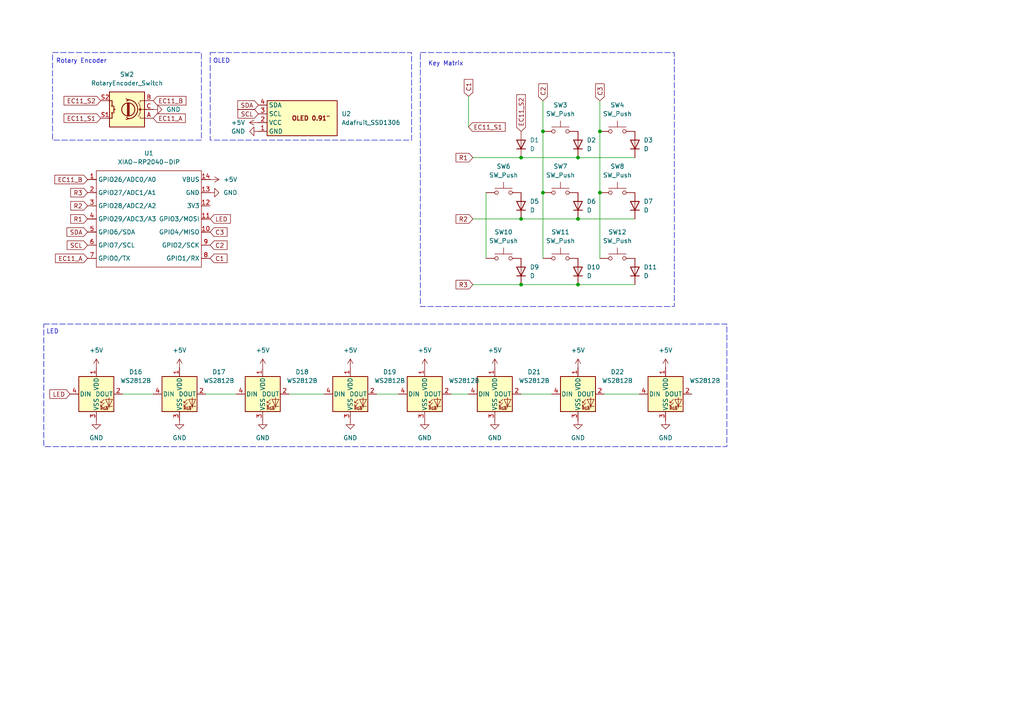
<source format=kicad_sch>
(kicad_sch (version 20250114) (generator "eeschema") (generator_version "9.0")
  (paper "A4")
  (lib_symbols
    (symbol "Device:D" (pin_numbers (hide yes)) (pin_names (offset 1.016) (hide yes))
      (property "Reference" "D" (at 0 2.54 0))
      (property "Value" "D" (at 0 -2.54 0))
      (symbol "D_0_1"
        (polyline (pts (xy -1.27 1.27) (xy -1.27 -1.27)) (stroke (width 0.254)))
        (polyline (pts (xy 1.27 1.27) (xy 1.27 -1.27) (xy -1.27 0) (xy 1.27 1.27)) (stroke (width 0.254)))
        (polyline (pts (xy 1.27 0) (xy -1.27 0)))
      )
      (symbol "D_1_1"
        (pin passive line (at -3.81 0 0) (length 2.54) (name "K") (number "1"))
        (pin passive line (at 3.81 0 180) (length 2.54) (name "A") (number "2"))
      )
    )
    (symbol "Device:RotaryEncoder_Switch" (pin_names (offset 0.254) (hide yes))
      (property "Reference" "SW" (at 0 6.604 0))
      (property "Value" "RotaryEncoder_Switch" (at 0 -6.604 0))
      (symbol "RotaryEncoder_Switch_0_1"
        (rectangle (start -5.08 5.08) (end 5.08 -5.08) (stroke (width 0.254)) (fill (type background)))
        (polyline (pts (xy -5.08 2.54) (xy -3.81 2.54) (xy -3.81 2.032)))
        (polyline (pts (xy -5.08 0) (xy -3.81 0) (xy -3.81 -1.016) (xy -3.302 -2.032)))
        (polyline (pts (xy -5.08 -2.54) (xy -3.81 -2.54) (xy -3.81 -2.032)))
        (polyline (pts (xy -4.318 0) (xy -3.81 0) (xy -3.81 1.016) (xy -3.302 2.032)))
        (circle (center -3.81 0) (radius 0.254) (fill (type outline)))
        (polyline (pts (xy -0.635 -1.778) (xy -0.635 1.778)) (stroke (width 0.254)))
        (circle (center -0.381 0) (radius 1.905) (stroke (width 0.254)))
        (polyline (pts (xy -0.381 -1.778) (xy -0.381 1.778)) (stroke (width 0.254)))
        (arc (start -0.381 -2.794) (mid -3.0988 -0.0635) (end -0.381 2.667) (stroke (width 0.254)))
        (polyline (pts (xy -0.127 1.778) (xy -0.127 -1.778)) (stroke (width 0.254)))
        (polyline (pts (xy 0.254 2.921) (xy -0.508 2.667) (xy 0.127 2.286)) (stroke (width 0.254)))
        (polyline (pts (xy 0.254 -3.048) (xy -0.508 -2.794) (xy 0.127 -2.413)) (stroke (width 0.254)))
        (polyline (pts (xy 3.81 1.016) (xy 3.81 -1.016)) (stroke (width 0.254)))
        (polyline (pts (xy 3.81 0) (xy 3.429 0)) (stroke (width 0.254)))
        (circle (center 4.318 1.016) (radius 0.127) (stroke (width 0.254)))
        (circle (center 4.318 -1.016) (radius 0.127) (stroke (width 0.254)))
        (polyline (pts (xy 5.08 2.54) (xy 4.318 2.54) (xy 4.318 1.016)) (stroke (width 0.254)))
        (polyline (pts (xy 5.08 -2.54) (xy 4.318 -2.54) (xy 4.318 -1.016)) (stroke (width 0.254)))
      )
      (symbol "RotaryEncoder_Switch_1_1"
        (pin passive line (at -7.62 2.54 0) (length 2.54) (name "A") (number "A"))
        (pin passive line (at -7.62 0 0) (length 2.54) (name "C") (number "C"))
        (pin passive line (at -7.62 -2.54 0) (length 2.54) (name "B") (number "B"))
        (pin passive line (at 7.62 2.54 180) (length 2.54) (name "S1") (number "S1"))
        (pin passive line (at 7.62 -2.54 180) (length 2.54) (name "S2") (number "S2"))
      )
    )
    (symbol "LED:WS2812B" (pin_names (offset 0.254))
      (property "Reference" "D" (at 5.08 5.715 0))
      (property "Value" "WS2812B" (at 1.27 -5.715 0))
      (symbol "WS2812B_0_0"
        (text "RGB" (at 2.286 -4.191 0) (effects (font (size 0.762 0.762))))
      )
      (symbol "WS2812B_0_1"
        (polyline (pts (xy 1.27 -2.54) (xy 1.778 -2.54)))
        (polyline (pts (xy 1.27 -3.556) (xy 1.778 -3.556)))
        (polyline (pts (xy 2.286 -1.524) (xy 1.27 -2.54) (xy 1.27 -2.032)))
        (polyline (pts (xy 2.286 -2.54) (xy 1.27 -3.556) (xy 1.27 -3.048)))
        (polyline (pts (xy 3.683 -1.016) (xy 3.683 -3.556) (xy 3.683 -4.064)))
        (polyline (pts (xy 4.699 -1.524) (xy 2.667 -1.524) (xy 3.683 -3.556) (xy 4.699 -1.524)))
        (polyline (pts (xy 4.699 -3.556) (xy 2.667 -3.556)))
        (rectangle (start 5.08 5.08) (end -5.08 -5.08) (stroke (width 0.254)) (fill (type background)))
      )
      (symbol "WS2812B_1_1"
        (pin input line (at -7.62 0 0) (length 2.54) (name "DIN") (number "4"))
        (pin power_in line (at 0 7.62 270) (length 2.54) (name "VDD") (number "1"))
        (pin power_in line (at 0 -7.62 90) (length 2.54) (name "VSS") (number "3"))
        (pin output line (at 7.62 0 180) (length 2.54) (name "DOUT") (number "2"))
      )
    )
    (symbol "PhilsLibraries:Module_OLED_0_91"
      (property "Reference" "U" (at -7.62 8.89 0))
      (property "Value" "Adafruit_SSD1306" (at 0 6.35 0))
      (symbol "Module_OLED_0_91_1_1"
        (rectangle (start -10.16 5.08) (end 10.16 -5.08) (stroke (width 0.254)) (fill (type background)))
        (text "OLED 0.91\"" (at 2.54 0 0) (effects (font (size 1.27 1.27) (bold yes))))
        (pin passive line (at -12.7 3.81 0) (length 2.54) (name "SDA") (number "4"))
        (pin passive line (at -12.7 1.27 0) (length 2.54) (name "SCL") (number "3"))
        (pin passive line (at -12.7 -1.27 0) (length 2.54) (name "VCC") (number "2"))
        (pin passive line (at -12.7 -3.81 0) (length 2.54) (name "GND") (number "1"))
      )
    )
    (symbol "Seeed_Studio_XIAO_Series:XIAO-RP2040-DIP"
      (property "Reference" "U" (at 0 0 0))
      (property "Value" "XIAO-RP2040-DIP" (at 5.334 -1.778 0))
      (symbol "XIAO-RP2040-DIP_1_0"
        (polyline (pts (xy -1.27 -2.54) (xy 29.21 -2.54)) (stroke (width 0.1524)))
        (polyline (pts (xy -1.27 -5.08) (xy -2.54 -5.08)) (stroke (width 0.1524)))
        (polyline (pts (xy -1.27 -5.08) (xy -1.27 -2.54)) (stroke (width 0.1524)))
        (polyline (pts (xy -1.27 -8.89) (xy -2.54 -8.89)) (stroke (width 0.1524)))
        (polyline (pts (xy -1.27 -8.89) (xy -1.27 -5.08)) (stroke (width 0.1524)))
        (polyline (pts (xy -1.27 -12.7) (xy -2.54 -12.7)) (stroke (width 0.1524)))
        (polyline (pts (xy -1.27 -12.7) (xy -1.27 -8.89)) (stroke (width 0.1524)))
        (polyline (pts (xy -1.27 -16.51) (xy -2.54 -16.51)) (stroke (width 0.1524)))
        (polyline (pts (xy -1.27 -16.51) (xy -1.27 -12.7)) (stroke (width 0.1524)))
        (polyline (pts (xy -1.27 -20.32) (xy -2.54 -20.32)) (stroke (width 0.1524)))
        (polyline (pts (xy -1.27 -24.13) (xy -2.54 -24.13)) (stroke (width 0.1524)))
        (polyline (pts (xy -1.27 -27.94) (xy -2.54 -27.94)) (stroke (width 0.1524)))
        (polyline (pts (xy -1.27 -30.48) (xy -1.27 -16.51)) (stroke (width 0.1524)))
        (polyline (pts (xy 29.21 -2.54) (xy 29.21 -5.08)) (stroke (width 0.1524)))
        (polyline (pts (xy 29.21 -5.08) (xy 29.21 -8.89)) (stroke (width 0.1524)))
        (polyline (pts (xy 29.21 -8.89) (xy 29.21 -12.7)) (stroke (width 0.1524)))
        (polyline (pts (xy 29.21 -12.7) (xy 29.21 -30.48)) (stroke (width 0.1524)))
        (polyline (pts (xy 29.21 -30.48) (xy -1.27 -30.48)) (stroke (width 0.1524)))
        (polyline (pts (xy 30.48 -5.08) (xy 29.21 -5.08)) (stroke (width 0.1524)))
        (polyline (pts (xy 30.48 -8.89) (xy 29.21 -8.89)) (stroke (width 0.1524)))
        (polyline (pts (xy 30.48 -12.7) (xy 29.21 -12.7)) (stroke (width 0.1524)))
        (polyline (pts (xy 30.48 -16.51) (xy 29.21 -16.51)) (stroke (width 0.1524)))
        (polyline (pts (xy 30.48 -20.32) (xy 29.21 -20.32)) (stroke (width 0.1524)))
        (polyline (pts (xy 30.48 -24.13) (xy 29.21 -24.13)) (stroke (width 0.1524)))
        (polyline (pts (xy 30.48 -27.94) (xy 29.21 -27.94)) (stroke (width 0.1524)))
        (pin passive line (at -3.81 -5.08 0) (length 2.54) (name "GPIO26/ADC0/A0") (number "1"))
        (pin passive line (at -3.81 -8.89 0) (length 2.54) (name "GPIO27/ADC1/A1") (number "2"))
        (pin passive line (at -3.81 -12.7 0) (length 2.54) (name "GPIO28/ADC2/A2") (number "3"))
        (pin passive line (at -3.81 -16.51 0) (length 2.54) (name "GPIO29/ADC3/A3") (number "4"))
        (pin passive line (at -3.81 -20.32 0) (length 2.54) (name "GPIO6/SDA") (number "5"))
        (pin passive line (at -3.81 -24.13 0) (length 2.54) (name "GPIO7/SCL") (number "6"))
        (pin passive line (at -3.81 -27.94 0) (length 2.54) (name "GPIO0/TX") (number "7"))
        (pin passive line (at 31.75 -5.08 180) (length 2.54) (name "VBUS") (number "14"))
        (pin passive line (at 31.75 -8.89 180) (length 2.54) (name "GND") (number "13"))
        (pin passive line (at 31.75 -12.7 180) (length 2.54) (name "3V3") (number "12"))
        (pin passive line (at 31.75 -16.51 180) (length 2.54) (name "GPIO3/MOSI") (number "11"))
        (pin passive line (at 31.75 -20.32 180) (length 2.54) (name "GPIO4/MISO") (number "10"))
        (pin passive line (at 31.75 -24.13 180) (length 2.54) (name "GPIO2/SCK") (number "9"))
        (pin passive line (at 31.75 -27.94 180) (length 2.54) (name "GPIO1/RX") (number "8"))
      )
    )
    (symbol "Switch:SW_Push" (pin_numbers (hide yes)) (pin_names (offset 1.016) (hide yes))
      (property "Reference" "SW" (at 1.27 2.54 0))
      (property "Value" "SW_Push" (at 0 -1.524 0))
      (symbol "SW_Push_0_1"
        (circle (center -2.032 0) (radius 0.508))
        (polyline (pts (xy 0 1.27) (xy 0 3.048)))
        (circle (center 2.032 0) (radius 0.508))
        (polyline (pts (xy 2.54 1.27) (xy -2.54 1.27)))
        (pin passive line (at -5.08 0 0) (length 2.54) (name "1") (number "1"))
        (pin passive line (at 5.08 0 180) (length 2.54) (name "2") (number "2"))
      )
    )
    (symbol "power:+5V" (power) (pin_numbers (hide yes)) (pin_names (offset 0) (hide yes))
      (property "Value" "+5V" (at 0 3.556 0))
      (symbol "+5V_0_1"
        (polyline (pts (xy -0.762 1.27) (xy 0 2.54)))
        (polyline (pts (xy 0 2.54) (xy 0.762 1.27)))
        (polyline (pts (xy 0 0) (xy 0 2.54)))
      )
      (symbol "+5V_1_1"
        (pin power_in line (at 0 0 90) (length 0) (name "~") (number "1"))
      )
    )
    (symbol "power:GND" (power) (pin_numbers (hide yes)) (pin_names (offset 0) (hide yes))
      (property "Value" "GND" (at 0 -3.81 0))
      (symbol "GND_0_1"
        (polyline (pts (xy 0 0) (xy 0 -1.27) (xy 1.27 -1.27) (xy 0 -2.54) (xy -1.27 -1.27) (xy 0 -1.27)))
      )
      (symbol "GND_1_1"
        (pin power_in line (at 0 0 270) (length 0) (name "~") (number "1"))
      )
    )
  )
  (rectangle (start 15.24 15.24) (end 58.42 40.64) (stroke (width 0) (type dash)))
  (rectangle (start 60.96 15.24) (end 119.38 40.64) (stroke (width 0) (type dash)))
  (rectangle (start 121.92 15.24) (end 195.58 88.9) (stroke (width 0) (type dash)))
  (rectangle (start 12.7 93.98) (end 210.82 129.54) (stroke (width 0) (type dash)))
  (text "LED" (at 15.24 96.266 0) (effects (font (size 1.27 1.27))))
  (text "Rotary Encoder" (at 23.622 17.78 0) (effects (font (size 1.27 1.27))))
  (text "OLED" (at 64.262 17.78 0) (effects (font (size 1.27 1.27))))
  (text "Key Matrix" (at 129.286 18.542 0) (effects (font (size 1.27 1.27))))
  (junction (at 151.13 45.72))
  (junction (at 167.64 63.5))
  (junction (at 157.48 55.88))
  (junction (at 167.64 82.55))
  (junction (at 151.13 63.5))
  (junction (at 173.99 55.88))
  (junction (at 173.99 38.1))
  (junction (at 157.48 38.1))
  (junction (at 167.64 45.72))
  (junction (at 151.13 82.55))
  (wire (pts (xy 59.69 114.3) (xy 68.58 114.3)))
  (wire (pts (xy 109.22 114.3) (xy 115.57 114.3)))
  (wire (pts (xy 173.99 29.21) (xy 173.99 38.1)))
  (wire (pts (xy 137.16 63.5) (xy 151.13 63.5)))
  (wire (pts (xy 175.26 114.3) (xy 185.42 114.3)))
  (wire (pts (xy 167.64 82.55) (xy 184.15 82.55)))
  (wire (pts (xy 35.56 114.3) (xy 44.45 114.3)))
  (wire (pts (xy 173.99 55.88) (xy 173.99 74.93)))
  (wire (pts (xy 173.99 38.1) (xy 173.99 55.88)))
  (wire (pts (xy 157.48 38.1) (xy 157.48 55.88)))
  (wire (pts (xy 140.97 55.88) (xy 140.97 74.93)))
  (wire (pts (xy 135.89 27.94) (xy 135.89 36.83)))
  (wire (pts (xy 137.16 82.55) (xy 151.13 82.55)))
  (wire (pts (xy 157.48 55.88) (xy 157.48 74.93)))
  (wire (pts (xy 130.81 114.3) (xy 135.89 114.3)))
  (wire (pts (xy 151.13 82.55) (xy 167.64 82.55)))
  (wire (pts (xy 151.13 114.3) (xy 160.02 114.3)))
  (wire (pts (xy 151.13 45.72) (xy 167.64 45.72)))
  (wire (pts (xy 137.16 45.72) (xy 151.13 45.72)))
  (wire (pts (xy 167.64 45.72) (xy 184.15 45.72)))
  (wire (pts (xy 83.82 114.3) (xy 93.98 114.3)))
  (wire (pts (xy 157.48 29.21) (xy 157.48 38.1)))
  (wire (pts (xy 167.64 63.5) (xy 184.15 63.5)))
  (wire (pts (xy 151.13 63.5) (xy 167.64 63.5)))
  (global_label "R1" (shape input) (at 137.16 45.72 180) (property "Intersheetrefs" "${INTERSHEET_REFS}" (effects (hide yes))))
  (global_label "EC11_S2" (shape input) (at 151.13 38.1 90) (property "Intersheetrefs" "${INTERSHEET_REFS}" (effects (hide yes))))
  (global_label "EC11_B" (shape input) (at 25.4 52.07 180) (property "Intersheetrefs" "${INTERSHEET_REFS}" (effects (hide yes))))
  (global_label "EC11_S2" (shape input) (at 29.21 29.21 180) (property "Intersheetrefs" "${INTERSHEET_REFS}" (effects (hide yes))))
  (global_label "R2" (shape input) (at 137.16 63.5 180) (property "Intersheetrefs" "${INTERSHEET_REFS}" (effects (hide yes))))
  (global_label "C1" (shape input) (at 60.96 74.93 0) (property "Intersheetrefs" "${INTERSHEET_REFS}" (effects (hide yes))))
  (global_label "C2" (shape input) (at 60.96 71.12 0) (property "Intersheetrefs" "${INTERSHEET_REFS}" (effects (hide yes))))
  (global_label "EC11_S1" (shape input) (at 29.21 34.29 180) (property "Intersheetrefs" "${INTERSHEET_REFS}" (effects (hide yes))))
  (global_label "EC11_A" (shape input) (at 44.45 34.29 0) (property "Intersheetrefs" "${INTERSHEET_REFS}" (effects (hide yes))))
  (global_label "C3" (shape input) (at 60.96 67.31 0) (property "Intersheetrefs" "${INTERSHEET_REFS}" (effects (hide yes))))
  (global_label "LED" (shape input) (at 20.32 114.3 180) (property "Intersheetrefs" "${INTERSHEET_REFS}" (effects (hide yes))))
  (global_label "EC11_A" (shape input) (at 25.4 74.93 180) (property "Intersheetrefs" "${INTERSHEET_REFS}" (effects (hide yes))))
  (global_label "LED" (shape input) (at 60.96 63.5 0) (property "Intersheetrefs" "${INTERSHEET_REFS}" (effects (hide yes))))
  (global_label "C3" (shape input) (at 173.99 29.21 90) (property "Intersheetrefs" "${INTERSHEET_REFS}" (effects (hide yes))))
  (global_label "C2" (shape input) (at 157.48 29.21 90) (property "Intersheetrefs" "${INTERSHEET_REFS}" (effects (hide yes))))
  (global_label "EC11_B" (shape input) (at 44.45 29.21 0) (property "Intersheetrefs" "${INTERSHEET_REFS}" (effects (hide yes))))
  (global_label "EC11_S1" (shape input) (at 135.89 36.83 0) (property "Intersheetrefs" "${INTERSHEET_REFS}" (effects (hide yes))))
  (global_label "R3" (shape input) (at 25.4 55.88 180) (property "Intersheetrefs" "${INTERSHEET_REFS}" (effects (hide yes))))
  (global_label "SCL" (shape input) (at 74.93 33.02 180) (property "Intersheetrefs" "${INTERSHEET_REFS}" (effects (hide yes))))
  (global_label "SDA" (shape input) (at 25.4 67.31 180) (property "Intersheetrefs" "${INTERSHEET_REFS}" (effects (hide yes))))
  (global_label "C1" (shape input) (at 135.89 27.94 90) (property "Intersheetrefs" "${INTERSHEET_REFS}" (effects (hide yes))))
  (global_label "SDA" (shape input) (at 74.93 30.48 180) (property "Intersheetrefs" "${INTERSHEET_REFS}" (effects (hide yes))))
  (global_label "R3" (shape input) (at 137.16 82.55 180) (property "Intersheetrefs" "${INTERSHEET_REFS}" (effects (hide yes))))
  (global_label "R1" (shape input) (at 25.4 63.5 180) (property "Intersheetrefs" "${INTERSHEET_REFS}" (effects (hide yes))))
  (global_label "SCL" (shape input) (at 25.4 71.12 180) (property "Intersheetrefs" "${INTERSHEET_REFS}" (effects (hide yes))))
  (global_label "R2" (shape input) (at 25.4 59.69 180) (property "Intersheetrefs" "${INTERSHEET_REFS}" (effects (hide yes))))
  (symbol (lib_id "power:GND") (at 76.2 121.92 0) (unit 1)
    (property "Reference" "#PWR023" (effects (hide yes)))
    (property "Value" "GND" (at 76.2 127 0))
    (property "Description" "Power symbol creates a global label with name \"GND\" , ground" (effects (hide yes)))
  )
  (symbol (lib_id "LED:WS2812B") (at 76.2 114.3 0) (unit 1)
    (property "Reference" "D18" (at 87.63 107.8798 0))
    (property "Value" "WS2812B" (at 87.63 110.4198 0))
    (property "Footprint" "Custom_Imports:MX_SK6812MINI-E_REV" (effects (hide yes)))
    (property "Datasheet" "https://cdn-shop.adafruit.com/datasheets/WS2812B.pdf" (effects (hide yes)))
    (property "Description" "RGB LED with integrated controller" (effects (hide yes)))
  )
  (symbol (lib_id "Switch:SW_Push") (at 162.56 74.93 0) (unit 1)
    (property "Reference" "SW11" (at 162.56 67.31 0))
    (property "Value" "SW_Push" (at 162.56 69.85 0))
    (property "Footprint" "Button_Switch_Keyboard:SW_Cherry_MX_1.00u_PCB" (effects (hide yes)))
    (property "Description" "Push button switch, generic, two pins" (effects (hide yes)))
  )
  (symbol (lib_id "Switch:SW_Push") (at 162.56 38.1 0) (unit 1)
    (property "Reference" "SW3" (at 162.56 30.48 0))
    (property "Value" "SW_Push" (at 162.56 33.02 0))
    (property "Footprint" "Button_Switch_Keyboard:SW_Cherry_MX_1.00u_PCB" (effects (hide yes)))
    (property "Description" "Push button switch, generic, two pins" (effects (hide yes)))
  )
  (symbol (lib_id "Switch:SW_Push") (at 146.05 74.93 0) (unit 1)
    (property "Reference" "SW10" (at 146.05 67.31 0))
    (property "Value" "SW_Push" (at 146.05 69.85 0))
    (property "Footprint" "Button_Switch_Keyboard:SW_Cherry_MX_1.00u_PCB" (effects (hide yes)))
    (property "Description" "Push button switch, generic, two pins" (effects (hide yes)))
  )
  (symbol (lib_id "power:+5V") (at 52.07 106.68 0) (unit 1)
    (property "Reference" "#PWR020" (effects (hide yes)))
    (property "Value" "+5V" (at 52.07 101.6 0))
    (property "Description" "Power symbol creates a global label with name \"+5V\"" (effects (hide yes)))
  )
  (symbol (lib_id "Device:D") (at 167.64 78.74 90) (unit 1)
    (property "Reference" "D10" (at 170.18 77.4699 90) (effects (justify right)))
    (property "Value" "D" (at 170.18 80.0099 90) (effects (justify right)))
    (property "Footprint" "Diode_THT:D_DO-35_SOD27_P7.62mm_Horizontal" (effects (hide yes)))
    (property "Description" "Diode" (effects (hide yes)))
    (property "Sim.Device" "D" (effects (hide yes)))
    (property "Sim.Pins" "1=K 2=A" (effects (hide yes)))
  )
  (symbol (lib_id "power:GND") (at 167.64 121.92 0) (unit 1)
    (property "Reference" "#PWR031" (effects (hide yes)))
    (property "Value" "GND" (at 167.64 127 0))
    (property "Description" "Power symbol creates a global label with name \"GND\" , ground" (effects (hide yes)))
  )
  (symbol (lib_id "Device:D") (at 167.64 59.69 90) (unit 1)
    (property "Reference" "D6" (at 170.18 58.4199 90) (effects (justify right)))
    (property "Value" "D" (at 170.18 60.9599 90) (effects (justify right)))
    (property "Footprint" "Diode_THT:D_DO-35_SOD27_P7.62mm_Horizontal" (effects (hide yes)))
    (property "Description" "Diode" (effects (hide yes)))
    (property "Sim.Device" "D" (effects (hide yes)))
    (property "Sim.Pins" "1=K 2=A" (effects (hide yes)))
  )
  (symbol (lib_id "power:+5V") (at 193.04 106.68 0) (unit 1)
    (property "Reference" "#PWR032" (effects (hide yes)))
    (property "Value" "+5V" (at 193.04 101.6 0))
    (property "Description" "Power symbol creates a global label with name \"+5V\"" (effects (hide yes)))
  )
  (symbol (lib_id "power:GND") (at 123.19 121.92 0) (unit 1)
    (property "Reference" "#PWR027" (effects (hide yes)))
    (property "Value" "GND" (at 123.19 127 0))
    (property "Description" "Power symbol creates a global label with name \"GND\" , ground" (effects (hide yes)))
  )
  (symbol (lib_id "LED:WS2812B") (at 101.6 114.3 0) (unit 1)
    (property "Reference" "D19" (at 113.03 107.8798 0))
    (property "Value" "WS2812B" (at 113.03 110.4198 0))
    (property "Footprint" "Custom_Imports:MX_SK6812MINI-E_REV" (effects (hide yes)))
    (property "Datasheet" "https://cdn-shop.adafruit.com/datasheets/WS2812B.pdf" (effects (hide yes)))
    (property "Description" "RGB LED with integrated controller" (effects (hide yes)))
  )
  (symbol (lib_id "LED:WS2812B") (at 27.94 114.3 0) (unit 1)
    (property "Reference" "D16" (at 39.37 107.8798 0))
    (property "Value" "WS2812B" (at 39.37 110.4198 0))
    (property "Footprint" "Custom_Imports:MX_SK6812MINI-E_REV" (effects (hide yes)))
    (property "Datasheet" "https://cdn-shop.adafruit.com/datasheets/WS2812B.pdf" (effects (hide yes)))
    (property "Description" "RGB LED with integrated controller" (effects (hide yes)))
  )
  (symbol (lib_id "power:GND") (at 193.04 121.92 0) (unit 1)
    (property "Reference" "#PWR033" (effects (hide yes)))
    (property "Value" "GND" (at 193.04 127 0))
    (property "Description" "Power symbol creates a global label with name \"GND\" , ground" (effects (hide yes)))
  )
  (symbol (lib_id "Switch:SW_Push") (at 179.07 74.93 0) (unit 1)
    (property "Reference" "SW12" (at 179.07 67.31 0))
    (property "Value" "SW_Push" (at 179.07 69.85 0))
    (property "Footprint" "Button_Switch_Keyboard:SW_Cherry_MX_1.00u_PCB" (effects (hide yes)))
    (property "Description" "Push button switch, generic, two pins" (effects (hide yes)))
  )
  (symbol (lib_id "power:GND") (at 52.07 121.92 0) (unit 1)
    (property "Reference" "#PWR021" (effects (hide yes)))
    (property "Value" "GND" (at 52.07 127 0))
    (property "Description" "Power symbol creates a global label with name \"GND\" , ground" (effects (hide yes)))
  )
  (symbol (lib_id "LED:WS2812B") (at 193.04 114.3 0) (unit 1)
    (property "Reference" "D23" (effects (hide yes)))
    (property "Value" "WS2812B" (at 204.47 110.4198 0))
    (property "Footprint" "Custom_Imports:MX_SK6812MINI-E_REV" (effects (hide yes)))
    (property "Datasheet" "https://cdn-shop.adafruit.com/datasheets/WS2812B.pdf" (effects (hide yes)))
    (property "Description" "RGB LED with integrated controller" (effects (hide yes)))
  )
  (symbol (lib_id "power:+5V") (at 74.93 35.56 90) (unit 1)
    (property "Reference" "#PWR03" (effects (hide yes)))
    (property "Value" "+5V" (at 71.12 35.5599 90) (effects (justify left)))
    (property "Description" "Power symbol creates a global label with name \"+5V\"" (effects (hide yes)))
  )
  (symbol (lib_id "PhilsLibraries:Module_OLED_0_91") (at 87.63 34.29 0) (unit 1)
    (property "Reference" "U2" (at 99.06 33.0199 0) (effects (justify left)))
    (property "Value" "Adafruit_SSD1306" (at 99.06 35.5599 0) (effects (justify left)))
    (property "Footprint" "PhilsFootprintLibrary:Module_OLED_091" (effects (hide yes)))
    (property "Description" "Adafruit SSD1306" (effects (hide yes)))
  )
  (symbol (lib_id "Switch:SW_Push") (at 179.07 55.88 0) (unit 1)
    (property "Reference" "SW8" (at 179.07 48.26 0))
    (property "Value" "SW_Push" (at 179.07 50.8 0))
    (property "Footprint" "Button_Switch_Keyboard:SW_Cherry_MX_1.00u_PCB" (effects (hide yes)))
    (property "Description" "Push button switch, generic, two pins" (effects (hide yes)))
  )
  (symbol (lib_id "Switch:SW_Push") (at 179.07 38.1 0) (unit 1)
    (property "Reference" "SW4" (at 179.07 30.48 0))
    (property "Value" "SW_Push" (at 179.07 33.02 0))
    (property "Footprint" "Button_Switch_Keyboard:SW_Cherry_MX_1.00u_PCB" (effects (hide yes)))
    (property "Description" "Push button switch, generic, two pins" (effects (hide yes)))
  )
  (symbol (lib_id "Switch:SW_Push") (at 162.56 55.88 0) (unit 1)
    (property "Reference" "SW7" (at 162.56 48.26 0))
    (property "Value" "SW_Push" (at 162.56 50.8 0))
    (property "Footprint" "Button_Switch_Keyboard:SW_Cherry_MX_1.00u_PCB" (effects (hide yes)))
    (property "Description" "Push button switch, generic, two pins" (effects (hide yes)))
  )
  (symbol (lib_id "power:+5V") (at 76.2 106.68 0) (unit 1)
    (property "Reference" "#PWR022" (effects (hide yes)))
    (property "Value" "+5V" (at 76.2 101.6 0))
    (property "Description" "Power symbol creates a global label with name \"+5V\"" (effects (hide yes)))
  )
  (symbol (lib_id "Device:D") (at 184.15 41.91 90) (unit 1)
    (property "Reference" "D3" (at 186.69 40.6399 90) (effects (justify right)))
    (property "Value" "D" (at 186.69 43.1799 90) (effects (justify right)))
    (property "Footprint" "Diode_THT:D_DO-35_SOD27_P7.62mm_Horizontal" (effects (hide yes)))
    (property "Description" "Diode" (effects (hide yes)))
    (property "Sim.Device" "D" (effects (hide yes)))
    (property "Sim.Pins" "1=K 2=A" (effects (hide yes)))
  )
  (symbol (lib_id "Device:D") (at 151.13 41.91 90) (unit 1)
    (property "Reference" "D1" (at 153.67 40.6399 90) (effects (justify right)))
    (property "Value" "D" (at 153.67 43.1799 90) (effects (justify right)))
    (property "Footprint" "Diode_THT:D_DO-35_SOD27_P7.62mm_Horizontal" (effects (hide yes)))
    (property "Description" "Diode" (effects (hide yes)))
    (property "Sim.Device" "D" (effects (hide yes)))
    (property "Sim.Pins" "1=K 2=A" (effects (hide yes)))
  )
  (symbol (lib_id "Seeed_Studio_XIAO_Series:XIAO-RP2040-DIP") (at 29.21 46.99 0) (unit 1)
    (property "Reference" "U1" (at 43.18 44.45 0))
    (property "Value" "XIAO-RP2040-DIP" (at 43.18 46.99 0))
    (property "Footprint" "ScottoKeebs_MCU.pretty:Seeed_XIAO_RP2040" (effects (hide yes)))
  )
  (symbol (lib_id "Device:D") (at 151.13 59.69 90) (unit 1)
    (property "Reference" "D5" (at 153.67 58.4199 90) (effects (justify right)))
    (property "Value" "D" (at 153.67 60.9599 90) (effects (justify right)))
    (property "Footprint" "Diode_THT:D_DO-35_SOD27_P7.62mm_Horizontal" (effects (hide yes)))
    (property "Description" "Diode" (effects (hide yes)))
    (property "Sim.Device" "D" (effects (hide yes)))
    (property "Sim.Pins" "1=K 2=A" (effects (hide yes)))
  )
  (symbol (lib_id "power:+5V") (at 143.51 106.68 0) (unit 1)
    (property "Reference" "#PWR028" (effects (hide yes)))
    (property "Value" "+5V" (at 143.51 101.6 0))
    (property "Description" "Power symbol creates a global label with name \"+5V\"" (effects (hide yes)))
  )
  (symbol (lib_id "LED:WS2812B") (at 143.51 114.3 0) (unit 1)
    (property "Reference" "D21" (at 154.94 107.8798 0))
    (property "Value" "WS2812B" (at 154.94 110.4198 0))
    (property "Footprint" "Custom_Imports:MX_SK6812MINI-E_REV" (effects (hide yes)))
    (property "Datasheet" "https://cdn-shop.adafruit.com/datasheets/WS2812B.pdf" (effects (hide yes)))
    (property "Description" "RGB LED with integrated controller" (effects (hide yes)))
  )
  (symbol (lib_id "power:+5V") (at 60.96 52.07 270) (unit 1)
    (property "Reference" "#PWR01" (effects (hide yes)))
    (property "Value" "+5V" (at 64.77 52.0699 90) (effects (justify left)))
    (property "Description" "Power symbol creates a global label with name \"+5V\"" (effects (hide yes)))
  )
  (symbol (lib_id "Switch:SW_Push") (at 146.05 55.88 0) (unit 1)
    (property "Reference" "SW6" (at 146.05 48.26 0))
    (property "Value" "SW_Push" (at 146.05 50.8 0))
    (property "Footprint" "Button_Switch_Keyboard:SW_Cherry_MX_1.00u_PCB" (effects (hide yes)))
    (property "Description" "Push button switch, generic, two pins" (effects (hide yes)))
  )
  (symbol (lib_id "power:+5V") (at 167.64 106.68 0) (unit 1)
    (property "Reference" "#PWR030" (effects (hide yes)))
    (property "Value" "+5V" (at 167.64 101.6 0))
    (property "Description" "Power symbol creates a global label with name \"+5V\"" (effects (hide yes)))
  )
  (symbol (lib_id "LED:WS2812B") (at 167.64 114.3 0) (unit 1)
    (property "Reference" "D22" (at 179.07 107.8798 0))
    (property "Value" "WS2812B" (at 179.07 110.4198 0))
    (property "Footprint" "Custom_Imports:MX_SK6812MINI-E_REV" (effects (hide yes)))
    (property "Datasheet" "https://cdn-shop.adafruit.com/datasheets/WS2812B.pdf" (effects (hide yes)))
    (property "Description" "RGB LED with integrated controller" (effects (hide yes)))
  )
  (symbol (lib_id "power:GND") (at 101.6 121.92 0) (unit 1)
    (property "Reference" "#PWR025" (effects (hide yes)))
    (property "Value" "GND" (at 101.6 127 0))
    (property "Description" "Power symbol creates a global label with name \"GND\" , ground" (effects (hide yes)))
  )
  (symbol (lib_id "power:GND") (at 143.51 121.92 0) (unit 1)
    (property "Reference" "#PWR029" (effects (hide yes)))
    (property "Value" "GND" (at 143.51 127 0))
    (property "Description" "Power symbol creates a global label with name \"GND\" , ground" (effects (hide yes)))
  )
  (symbol (lib_id "Device:D") (at 184.15 78.74 90) (unit 1)
    (property "Reference" "D11" (at 186.69 77.4699 90) (effects (justify right)))
    (property "Value" "D" (at 186.69 80.0099 90) (effects (justify right)))
    (property "Footprint" "Diode_THT:D_DO-35_SOD27_P7.62mm_Horizontal" (effects (hide yes)))
    (property "Description" "Diode" (effects (hide yes)))
    (property "Sim.Device" "D" (effects (hide yes)))
    (property "Sim.Pins" "1=K 2=A" (effects (hide yes)))
  )
  (symbol (lib_id "power:GND") (at 44.45 31.75 90) (unit 1)
    (property "Reference" "#PWR04" (effects (hide yes)))
    (property "Value" "GND" (at 48.26 31.7499 90) (effects (justify right)))
    (property "Description" "Power symbol creates a global label with name \"GND\" , ground" (effects (hide yes)))
  )
  (symbol (lib_id "Device:RotaryEncoder_Switch") (at 36.83 31.75 180) (unit 1)
    (property "Reference" "SW2" (at 36.83 21.59 0))
    (property "Value" "RotaryEncoder_Switch" (at 36.83 24.13 0))
    (property "Footprint" "Rotary_Encoder:RotaryEncoder_Alps_EC11E-Switch_Vertical_H20mm" (effects (hide yes)))
    (property "Description" "Rotary encoder, dual channel, incremental quadrate outputs, with switch" (effects (hide yes)))
  )
  (symbol (lib_id "Device:D") (at 151.13 78.74 90) (unit 1)
    (property "Reference" "D9" (at 153.67 77.4699 90) (effects (justify right)))
    (property "Value" "D" (at 153.67 80.0099 90) (effects (justify right)))
    (property "Footprint" "Diode_THT:D_DO-35_SOD27_P7.62mm_Horizontal" (effects (hide yes)))
    (property "Description" "Diode" (effects (hide yes)))
    (property "Sim.Device" "D" (effects (hide yes)))
    (property "Sim.Pins" "1=K 2=A" (effects (hide yes)))
  )
  (symbol (lib_id "power:+5V") (at 101.6 106.68 0) (unit 1)
    (property "Reference" "#PWR024" (effects (hide yes)))
    (property "Value" "+5V" (at 101.6 101.6 0))
    (property "Description" "Power symbol creates a global label with name \"+5V\"" (effects (hide yes)))
  )
  (symbol (lib_id "power:GND") (at 74.93 38.1 270) (unit 1)
    (property "Reference" "#PWR02" (effects (hide yes)))
    (property "Value" "GND" (at 71.12 38.0999 90) (effects (justify right)))
    (property "Description" "Power symbol creates a global label with name \"GND\" , ground" (effects (hide yes)))
  )
  (symbol (lib_id "Device:D") (at 167.64 41.91 90) (unit 1)
    (property "Reference" "D2" (at 170.18 40.6399 90) (effects (justify right)))
    (property "Value" "D" (at 170.18 43.1799 90) (effects (justify right)))
    (property "Footprint" "Diode_THT:D_DO-35_SOD27_P7.62mm_Horizontal" (effects (hide yes)))
    (property "Description" "Diode" (effects (hide yes)))
    (property "Sim.Device" "D" (effects (hide yes)))
    (property "Sim.Pins" "1=K 2=A" (effects (hide yes)))
  )
  (symbol (lib_id "Device:D") (at 184.15 59.69 90) (unit 1)
    (property "Reference" "D7" (at 186.69 58.4199 90) (effects (justify right)))
    (property "Value" "D" (at 186.69 60.9599 90) (effects (justify right)))
    (property "Footprint" "Diode_THT:D_DO-35_SOD27_P7.62mm_Horizontal" (effects (hide yes)))
    (property "Description" "Diode" (effects (hide yes)))
    (property "Sim.Device" "D" (effects (hide yes)))
    (property "Sim.Pins" "1=K 2=A" (effects (hide yes)))
  )
  (symbol (lib_id "LED:WS2812B") (at 123.19 114.3 0) (unit 1)
    (property "Reference" "D20" (effects (hide yes)))
    (property "Value" "WS2812B" (at 134.62 110.4198 0))
    (property "Footprint" "Custom_Imports:MX_SK6812MINI-E_REV" (effects (hide yes)))
    (property "Datasheet" "https://cdn-shop.adafruit.com/datasheets/WS2812B.pdf" (effects (hide yes)))
    (property "Description" "RGB LED with integrated controller" (effects (hide yes)))
  )
  (symbol (lib_id "power:GND") (at 27.94 121.92 0) (unit 1)
    (property "Reference" "#PWR019" (effects (hide yes)))
    (property "Value" "GND" (at 27.94 127 0))
    (property "Description" "Power symbol creates a global label with name \"GND\" , ground" (effects (hide yes)))
  )
  (symbol (lib_id "LED:WS2812B") (at 52.07 114.3 0) (unit 1)
    (property "Reference" "D17" (at 63.5 107.8798 0))
    (property "Value" "WS2812B" (at 63.5 110.4198 0))
    (property "Footprint" "Custom_Imports:MX_SK6812MINI-E_REV" (effects (hide yes)))
    (property "Datasheet" "https://cdn-shop.adafruit.com/datasheets/WS2812B.pdf" (effects (hide yes)))
    (property "Description" "RGB LED with integrated controller" (effects (hide yes)))
  )
  (symbol (lib_id "power:GND") (at 60.96 55.88 90) (unit 1)
    (property "Reference" "#PWR05" (effects (hide yes)))
    (property "Value" "GND" (at 64.77 55.8799 90) (effects (justify right)))
    (property "Description" "Power symbol creates a global label with name \"GND\" , ground" (effects (hide yes)))
  )
  (symbol (lib_id "power:+5V") (at 123.19 106.68 0) (unit 1)
    (property "Reference" "#PWR026" (effects (hide yes)))
    (property "Value" "+5V" (at 123.19 101.6 0))
    (property "Description" "Power symbol creates a global label with name \"+5V\"" (effects (hide yes)))
  )
  (symbol (lib_id "power:+5V") (at 27.94 106.68 0) (unit 1)
    (property "Reference" "#PWR018" (effects (hide yes)))
    (property "Value" "+5V" (at 27.94 101.6 0))
    (property "Description" "Power symbol creates a global label with name \"+5V\"" (effects (hide yes)))
  )
)
</source>
